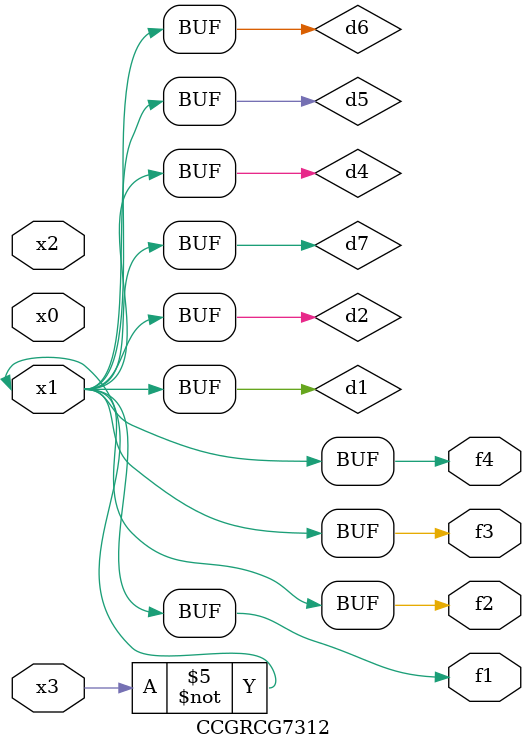
<source format=v>
module CCGRCG7312(
	input x0, x1, x2, x3,
	output f1, f2, f3, f4
);

	wire d1, d2, d3, d4, d5, d6, d7;

	not (d1, x3);
	buf (d2, x1);
	xnor (d3, d1, d2);
	nor (d4, d1);
	buf (d5, d1, d2);
	buf (d6, d4, d5);
	nand (d7, d4);
	assign f1 = d6;
	assign f2 = d7;
	assign f3 = d6;
	assign f4 = d6;
endmodule

</source>
